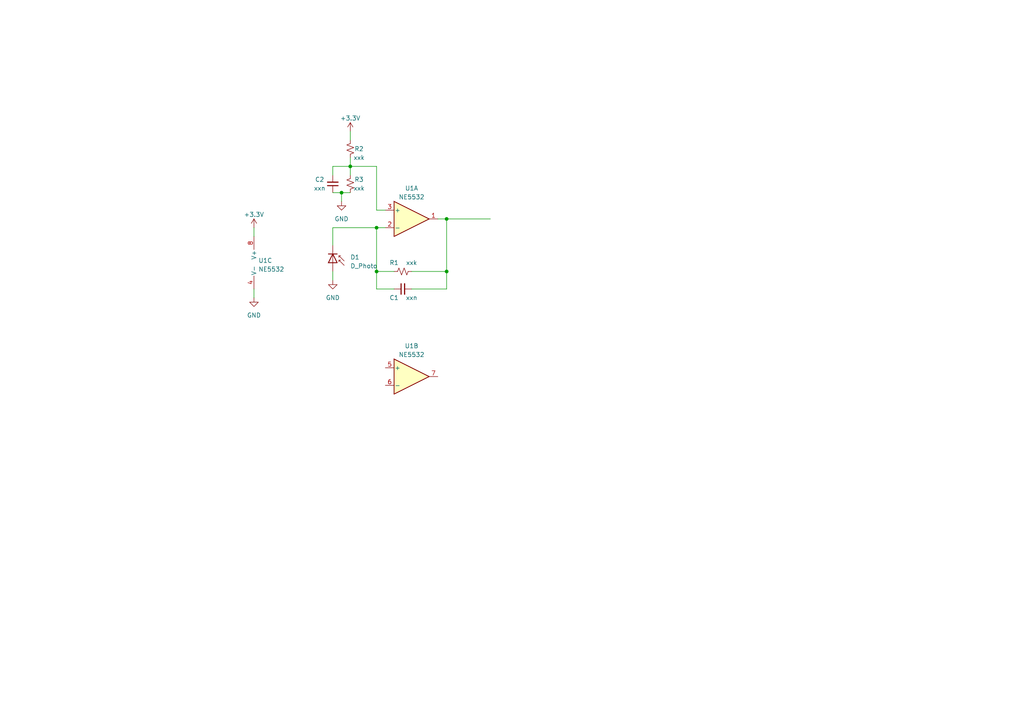
<source format=kicad_sch>
(kicad_sch (version 20230121) (generator eeschema)
  (paper "A4")
  (lib_symbols
    (symbol "Amplifier_Operational:NE5532" (pin_names (offset 0.127))
      (property "Reference" "U" (at 0 5.08 0))
      (property "Value" "NE5532" (at 0 -5.08 0))
      (symbol "NE5532_1_1"
        (polyline (pts (xy -5.08 5.08) (xy 5.08 0) (xy -5.08 -5.08) (xy -5.08 5.08)) (stroke (width 0.254)) (fill (type background)))
        (pin output line (at 7.62 0 180) (length 2.54) (name "~") (number "1"))
        (pin input line (at -7.62 -2.54 0) (length 2.54) (name "-") (number "2"))
        (pin input line (at -7.62 2.54 0) (length 2.54) (name "+") (number "3"))
      )
      (symbol "NE5532_2_1"
        (polyline (pts (xy -5.08 5.08) (xy 5.08 0) (xy -5.08 -5.08) (xy -5.08 5.08)) (stroke (width 0.254)) (fill (type background)))
        (pin input line (at -7.62 2.54 0) (length 2.54) (name "+") (number "5"))
        (pin input line (at -7.62 -2.54 0) (length 2.54) (name "-") (number "6"))
        (pin output line (at 7.62 0 180) (length 2.54) (name "~") (number "7"))
      )
      (symbol "NE5532_3_1"
        (pin power_in line (at -2.54 -7.62 90) (length 3.81) (name "V-") (number "4"))
        (pin power_in line (at -2.54 7.62 270) (length 3.81) (name "V+") (number "8"))
      )
    )
    (symbol "Device:C_Small" (pin_numbers hide) (pin_names (offset 0.254) hide)
      (property "Reference" "C" (at 0.254 1.778 0))
      (property "Value" "C_Small" (at 0.254 -2.032 0))
      (symbol "C_Small_0_1"
        (polyline (pts (xy -1.524 -0.508) (xy 1.524 -0.508)) (stroke (width 0.3302)))
        (polyline (pts (xy -1.524 0.508) (xy 1.524 0.508)) (stroke (width 0.3048)))
      )
      (symbol "C_Small_1_1"
        (pin passive line (at 0 2.54 270) (length 2.032) (name "~") (number "1"))
        (pin passive line (at 0 -2.54 90) (length 2.032) (name "~") (number "2"))
      )
    )
    (symbol "Device:D_Photo" (pin_numbers hide) (pin_names hide)
      (property "Reference" "D" (at 0.508 1.778 0))
      (property "Value" "D_Photo" (at -1.016 -2.794 0))
      (symbol "D_Photo_0_1"
        (polyline (pts (xy -2.54 1.27) (xy -2.54 -1.27)) (stroke (width 0.254)))
        (polyline (pts (xy -2.032 1.778) (xy -1.524 1.778)))
        (polyline (pts (xy 0 0) (xy -2.54 0)))
        (polyline (pts (xy -0.508 3.302) (xy -2.032 1.778) (xy -2.032 2.286)))
        (polyline (pts (xy 0 -1.27) (xy 0 1.27) (xy -2.54 0) (xy 0 -1.27)) (stroke (width 0.254)))
        (polyline (pts (xy 0.762 3.302) (xy -0.762 1.778) (xy -0.762 2.286) (xy -0.762 1.778) (xy -0.254 1.778)))
      )
      (symbol "D_Photo_1_1"
        (pin passive line (at -5.08 0 0) (length 2.54) (name "K") (number "1"))
        (pin passive line (at 2.54 0 180) (length 2.54) (name "A") (number "2"))
      )
    )
    (symbol "Device:R_Small_US" (pin_numbers hide) (pin_names (offset 0.254) hide)
      (property "Reference" "R" (at 0.762 0.508 0))
      (property "Value" "R_Small_US" (at 0.762 -1.016 0))
      (symbol "R_Small_US_1_1"
        (polyline (pts (xy 0 0) (xy 1.016 -0.381) (xy 0 -0.762) (xy -1.016 -1.143) (xy 0 -1.524)))
        (polyline (pts (xy 0 1.524) (xy 1.016 1.143) (xy 0 0.762) (xy -1.016 0.381) (xy 0 0)))
        (pin passive line (at 0 2.54 270) (length 1.016) (name "~") (number "1"))
        (pin passive line (at 0 -2.54 90) (length 1.016) (name "~") (number "2"))
      )
    )
    (symbol "power:+3.3V" (power) (pin_names (offset 0))
      (property "Value" "+3.3V" (at 0 3.556 0))
      (symbol "+3.3V_0_1"
        (polyline (pts (xy -0.762 1.27) (xy 0 2.54)))
        (polyline (pts (xy 0 0) (xy 0 2.54)))
        (polyline (pts (xy 0 2.54) (xy 0.762 1.27)))
      )
      (symbol "+3.3V_1_1"
        (pin power_in line (at 0 0 90) (length 0) hide (name "+3.3V") (number "1"))
      )
    )
    (symbol "power:GND" (power) (pin_names (offset 0))
      (property "Value" "GND" (at 0 -3.81 0))
      (symbol "GND_0_1"
        (polyline (pts (xy 0 0) (xy 0 -1.27) (xy 1.27 -1.27) (xy 0 -2.54) (xy -1.27 -1.27) (xy 0 -1.27)))
      )
      (symbol "GND_1_1"
        (pin power_in line (at 0 0 270) (length 0) hide (name "GND") (number "1"))
      )
    )
  )
  (junction (at 109.22 66.04))
  (junction (at 101.6 48.26))
  (junction (at 99.06 55.88))
  (junction (at 129.54 78.74))
  (junction (at 129.54 63.5))
  (junction (at 109.22 78.74))
  (wire (pts (xy 96.52 48.26) (xy 96.52 50.8)))
  (wire (pts (xy 101.6 38.1) (xy 101.6 40.64)))
  (wire (pts (xy 119.38 83.82) (xy 129.54 83.82)))
  (wire (pts (xy 129.54 83.82) (xy 129.54 78.74)))
  (wire (pts (xy 129.54 78.74) (xy 129.54 63.5)))
  (wire (pts (xy 99.06 55.88) (xy 101.6 55.88)))
  (wire (pts (xy 109.22 83.82) (xy 109.22 78.74)))
  (wire (pts (xy 111.76 66.04) (xy 109.22 66.04)))
  (wire (pts (xy 96.52 55.88) (xy 99.06 55.88)))
  (wire (pts (xy 119.38 78.74) (xy 129.54 78.74)))
  (wire (pts (xy 101.6 48.26) (xy 101.6 50.8)))
  (wire (pts (xy 96.52 71.12) (xy 96.52 66.04)))
  (wire (pts (xy 96.52 78.74) (xy 96.52 81.28)))
  (wire (pts (xy 73.66 66.04) (xy 73.66 68.58)))
  (wire (pts (xy 109.22 60.96) (xy 111.76 60.96)))
  (wire (pts (xy 109.22 78.74) (xy 114.3 78.74)))
  (wire (pts (xy 101.6 45.72) (xy 101.6 48.26)))
  (wire (pts (xy 101.6 48.26) (xy 109.22 48.26)))
  (wire (pts (xy 129.54 63.5) (xy 142.24 63.5)))
  (wire (pts (xy 114.3 83.82) (xy 109.22 83.82)))
  (wire (pts (xy 99.06 55.88) (xy 99.06 58.42)))
  (wire (pts (xy 73.66 83.82) (xy 73.66 86.36)))
  (wire (pts (xy 109.22 48.26) (xy 109.22 60.96)))
  (wire (pts (xy 96.52 48.26) (xy 101.6 48.26)))
  (wire (pts (xy 127 63.5) (xy 129.54 63.5)))
  (wire (pts (xy 96.52 66.04) (xy 109.22 66.04)))
  (wire (pts (xy 109.22 66.04) (xy 109.22 78.74)))
  (symbol (lib_id "Device:R_Small_US") (at 116.84 78.74 90) (unit 1)
    (property "Reference" "R1" (at 114.3 76.2 90))
    (property "Value" "xxk" (at 119.38 76.2 90))
  )
  (symbol (lib_id "Amplifier_Operational:NE5532") (at 119.38 109.22 0) (unit 2)
    (property "Reference" "U1" (at 119.38 100.33 0))
    (property "Value" "NE5532" (at 119.38 102.87 0))
    (property "Datasheet" "http://www.ti.com/lit/ds/symlink/ne5532.pdf" (effects hide))
  )
  (symbol (lib_id "Device:C_Small") (at 96.52 53.34 180) (unit 1)
    (property "Reference" "C2" (at 92.71 52.07 0))
    (property "Value" "xxn" (at 92.71 54.61 0))
  )
  (symbol (lib_id "power:GND") (at 99.06 58.42 0) (unit 1)
    (property "Reference" "#PWR04" (effects hide))
    (property "Value" "GND" (at 99.06 63.5 0))
  )
  (symbol (lib_id "Device:C_Small") (at 116.84 83.82 90) (unit 1)
    (property "Reference" "C1" (at 114.3 86.36 90))
    (property "Value" "xxn" (at 119.38 86.36 90))
  )
  (symbol (lib_id "Device:R_Small_US") (at 101.6 53.34 0) (mirror x) (unit 1)
    (property "Reference" "R3" (at 104.14 52.07 0))
    (property "Value" "xxk" (at 104.14 54.61 0))
  )
  (symbol (lib_id "power:GND") (at 96.52 81.28 0) (unit 1)
    (property "Reference" "#PWR01" (effects hide))
    (property "Value" "GND" (at 96.52 86.36 0))
  )
  (symbol (lib_id "power:GND") (at 73.66 86.36 0) (unit 1)
    (property "Reference" "#PWR03" (effects hide))
    (property "Value" "GND" (at 73.66 91.44 0))
  )
  (symbol (lib_id "power:+3.3V") (at 73.66 66.04 0) (unit 1)
    (property "Reference" "#PWR02" (effects hide))
    (property "Value" "+3.3V" (at 73.66 62.23 0))
  )
  (symbol (lib_id "Amplifier_Operational:NE5532") (at 119.38 63.5 0) (unit 1)
    (property "Reference" "U1" (at 119.38 54.61 0))
    (property "Value" "NE5532" (at 119.38 57.15 0))
    (property "Datasheet" "http://www.ti.com/lit/ds/symlink/ne5532.pdf" (effects hide))
  )
  (symbol (lib_id "Device:D_Photo") (at 96.52 76.2 270) (unit 1)
    (property "Reference" "D1" (at 101.6 74.6125 90) (effects (justify left)))
    (property "Value" "D_Photo" (at 101.6 77.1525 90) (effects (justify left)))
  )
  (symbol (lib_id "power:+3.3V") (at 101.6 38.1 0) (unit 1)
    (property "Reference" "#PWR05" (effects hide))
    (property "Value" "+3.3V" (at 101.6 34.29 0))
  )
  (symbol (lib_id "Amplifier_Operational:NE5532") (at 76.2 76.2 0) (unit 3)
    (property "Reference" "U1" (at 74.93 75.565 0) (effects (justify left)))
    (property "Value" "NE5532" (at 74.93 78.105 0) (effects (justify left)))
    (property "Datasheet" "http://www.ti.com/lit/ds/symlink/ne5532.pdf" (effects hide))
  )
  (symbol (lib_id "Device:R_Small_US") (at 101.6 43.18 0) (mirror x) (unit 1)
    (property "Reference" "R2" (at 104.14 43.18 0))
    (property "Value" "xxk" (at 104.14 45.72 0))
  )
)
</source>
